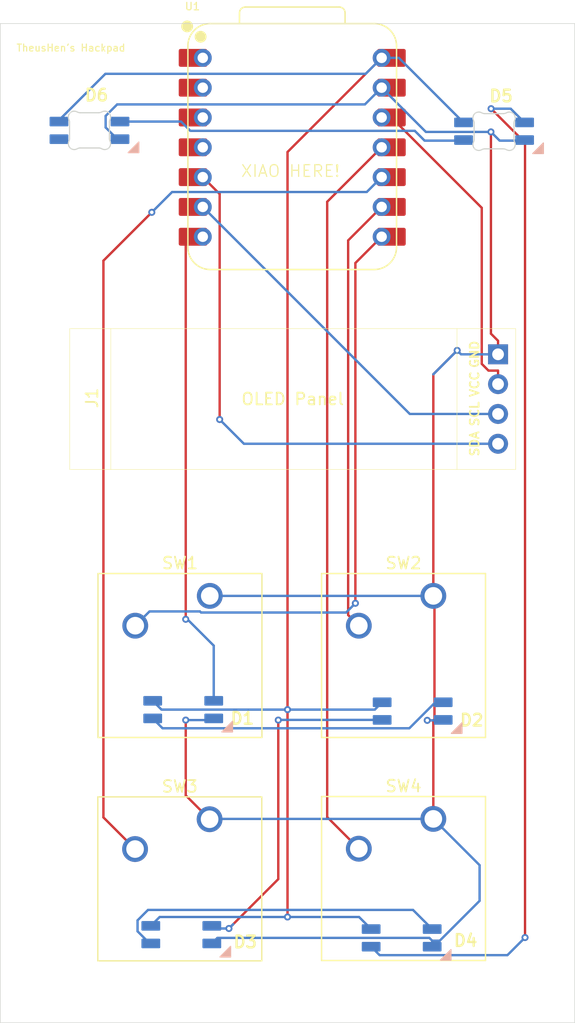
<source format=kicad_pcb>
(kicad_pcb (version 20241229) (generator "pcbnew") (generator_version "9.0")
  (layers (0 "F.Cu" signal) (2 "B.Cu" signal) (13 "F.Paste" user) (15 "B.Paste" user) (5 "F.SilkS" user "F.Silkscreen") (7 "B.SilkS" user "B.Silkscreen") (1 "F.Mask" user) (3 "B.Mask" user) (25 "Edge.Cuts" user))
  (net 0 "")
  (net 1 "GND")
  (net 2 "Net-(D1-DOUT)")
  (net 3 "+5V")
  (net 4 "Net-(D1-DIN)")
  (net 5 "Net-(D2-DOUT)")
  (net 6 "Net-(D3-DOUT)")
  (net 7 "Net-(D4-DOUT)")
  (net 8 "Net-(D5-DOUT)")
  (net 10 "I2C_SDA")
  (net 11 "I2C_SCL")
  (net 12 "3V3")
  (net 13 "Net-(U1-GPIO1{slash}RX)")
  (net 14 "Net-(U1-GPIO2{slash}SCK)")
  (net 15 "Net-(U1-GPIO4{slash}MISO)")
  (net 16 "Net-(U1-GPIO3{slash}MOSI)")
  (footprint "OPL:SSD1306-0.91-OLED-4pin-128x32" (layer "F.Cu") (at 132.99 77.115)
    (property "Reference" "J1" (at 1.9 5.91 90) (layer "F.SilkS"))
    (property "Value" "Conn_01x04")
    (fp_line (start 0 0) (end 0 12) (stroke (width 0.04)) (layer "F.SilkS"))
    (fp_line (start 0 12) (end 38 12) (stroke (width 0.04)) (layer "F.SilkS"))
    (fp_line (start 3.5 0) (end 3.5 12) (stroke (width 0.04)) (layer "F.SilkS"))
    (fp_line (start 33 0) (end 33 12) (stroke (width 0.04)) (layer "F.SilkS"))
    (fp_line (start 38 0) (end 0 0) (stroke (width 0.04)) (layer "F.SilkS"))
    (fp_line (start 38 12) (end 38 0) (stroke (width 0.04)) (layer "F.SilkS"))
    (fp_text user "GND" (at 34.5 2.19 270) (layer "F.SilkS") (effects (font (size 0.75 0.75))))
    (fp_text user "SDA" (at 34.5 9.81 270) (layer "F.SilkS") (effects (font (size 0.75 0.75))))
    (fp_text user "VCC" (at 34.5 4.73 270) (layer "F.SilkS") (effects (font (size 0.75 0.75))))
    (fp_text user "OLED Panel" (at 19 6 0) (layer "F.SilkS"))
    (fp_text user "SCL" (at 34.5 7.27 270) (layer "F.SilkS") (effects (font (size 0.75 0.75))))
    (pad "1" thru_hole rect (at 36.5 2.19) (size 1.7 1.7) (drill 1) (layers "*.Cu" "*.Mask") (net 1 "GND"))
    (pad "2" thru_hole oval (at 36.5 4.73) (size 1.7 1.7) (drill 1) (layers "*.Cu" "*.Mask") (net 12 "3V3"))
    (pad "3" thru_hole oval (at 36.5 7.27) (size 1.7 1.7) (drill 1) (layers "*.Cu" "*.Mask") (net 11 "I2C_SCL"))
    (pad "4" thru_hole oval (at 36.5 9.81) (size 1.7 1.7) (drill 1) (layers "*.Cu" "*.Mask") (net 10 "I2C_SDA"))
  )
  (footprint "Button_Switch_Keyboard:SW_Cherry_MX_1.00u_PCB" (layer "F.Cu") (at 163.975 118.885)
    (property "Reference" "SW4" (at -2.54 -2.794 0) (layer "F.SilkS"))
    (property "Value" "SW_Push")
    (fp_line (start -9.525 -1.905) (end 4.445 -1.905) (stroke (width 0.12)) (layer "F.SilkS"))
    (fp_line (start -9.525 12.065) (end -9.525 -1.905) (stroke (width 0.12)) (layer "F.SilkS"))
    (fp_line (start 4.445 -1.905) (end 4.445 12.065) (stroke (width 0.12)) (layer "F.SilkS"))
    (fp_line (start 4.445 12.065) (end -9.525 12.065) (stroke (width 0.12)) (layer "F.SilkS"))
    (pad "" np_thru_hole circle (at -7.62 5.08) (size 1.7 1.7) (drill 1.7) (layers "*.Cu" "*.Mask"))
    (pad "" np_thru_hole circle (at -2.54 5.08) (size 4 4) (drill 4) (layers "*.Cu" "*.Mask"))
    (pad "" np_thru_hole circle (at 2.54 5.08) (size 1.7 1.7) (drill 1.7) (layers "*.Cu" "*.Mask"))
    (pad "1" thru_hole circle (at 0 0) (size 2.2 2.2) (drill 1.5) (layers "*.Cu" "*.Mask") (net 1 "GND"))
    (pad "2" thru_hole circle (at -6.35 2.54) (size 2.2 2.2) (drill 1.5) (layers "*.Cu" "*.Mask") (net 16 "Net-(U1-GPIO3{slash}MOSI)"))
  )
  (footprint "OPL:SK6812MINI-E_fixed" (layer "F.Cu") (at 162.2125 109.8028)
    (property "Reference" "D2" (at 5.037501 0.672158 0) (layer "F.SilkS") (effects (font (thickness 0.2) (bold yes))))
    (property "Value" "SK6812MINI-E")
    (fp_poly (pts (xy 4.200001 0.897158) (xy 3.300001 1.797158) (xy 4.200001 1.797158)) (stroke (width 0.1)) (fill yes) (layer "B.SilkS"))
    (pad "1" smd roundrect (at -2.599999 -0.852842 270) (size 0.82 1.6) (layers "B.Cu" "B.Mask" "B.Paste") (roundrect_rratio 0.1) (net 3 "+5V"))
    (pad "2" smd roundrect (at -2.599999 0.647158 270) (size 0.82 1.6) (layers "B.Cu" "B.Mask" "B.Paste") (roundrect_rratio 0.1) (net 5 "Net-(D2-DOUT)"))
    (pad "3" smd roundrect (at 2.600001 0.647158 270) (size 0.82 1.6) (layers "B.Cu" "B.Mask" "B.Paste") (roundrect_rratio 0.1) (net 1 "GND"))
    (pad "4" smd roundrect (at 2.600001 -0.852842 270) (size 0.82 1.6) (layers "B.Cu" "B.Mask" "B.Paste") (roundrect_rratio 0.1) (net 2 "Net-(D1-DOUT)"))
  )
  (footprint "OPL:SK6812MINI-E_fixed" (layer "F.Cu") (at 134.674999 60.327842)
    (property "Reference" "D6" (at 0.6 -3.1 0) (layer "F.SilkS") (effects (font (thickness 0.2) (bold yes))))
    (property "Value" "SK6812MINI-E")
    (fp_poly (pts (xy 4.200001 0.897158) (xy 3.300001 1.797158) (xy 4.200001 1.797158)) (stroke (width 0.1)) (fill yes) (layer "B.SilkS"))
    (fp_line (start -1.699998 0.6) (end -1.699998 -0.805684) (stroke (width 0.1)) (layer "Edge.Cuts"))
    (fp_line (start -0.794451 -1.602841) (end 0.794454 -1.602841) (stroke (width 0.1)) (layer "Edge.Cuts"))
    (fp_line (start 0.794453 1.397158) (end -0.794451 1.397158) (stroke (width 0.1)) (layer "Edge.Cuts"))
    (fp_line (start 1.7 -0.805684) (end 1.7 0.6) (stroke (width 0.1)) (layer "Edge.Cuts"))
    (fp_arc (start -1.749483 -1.022562) (mid -1.712526 -0.91691) (end -1.699998 -0.805684) (stroke (width 0.1)) (layer "Edge.Cuts"))
    (fp_arc (start -1.749483 -1.022562) (mid -1.63807 -1.606877) (end -1.04671 -1.671141) (stroke (width 0.1)) (layer "Edge.Cuts"))
    (fp_arc (start -1.699998 0.600001) (mid -1.712526 0.711226) (end -1.749483 0.816878) (stroke (width 0.1)) (layer "Edge.Cuts"))
    (fp_arc (start -1.04671 1.465455) (mid -1.638069 1.401192) (end -1.749483 0.816878) (stroke (width 0.1)) (layer "Edge.Cuts"))
    (fp_arc (start -1.046709 1.465457) (mid -0.925121 1.414535) (end -0.794451 1.397158) (stroke (width 0.1)) (layer "Edge.Cuts"))
    (fp_arc (start -0.794452 -1.602842) (mid -0.925122 -1.620219) (end -1.04671 -1.671141) (stroke (width 0.1)) (layer "Edge.Cuts"))
    (fp_arc (start 0.794453 1.397158) (mid 0.925124 1.414535) (end 1.046712 1.465457) (stroke (width 0.1)) (layer "Edge.Cuts"))
    (fp_arc (start 1.046712 -1.67114) (mid 0.925124 -1.620218) (end 0.794454 -1.602841) (stroke (width 0.1)) (layer "Edge.Cuts"))
    (fp_arc (start 1.046712 -1.67114) (mid 1.638072 -1.606876) (end 1.749485 -1.022562) (stroke (width 0.1)) (layer "Edge.Cuts"))
    (fp_arc (start 1.7 -0.805685) (mid 1.712528 -0.91691) (end 1.749485 -1.022562) (stroke (width 0.1)) (layer "Edge.Cuts"))
    (fp_arc (start 1.749485 0.816877) (mid 1.638073 1.401193) (end 1.046712 1.465457) (stroke (width 0.1)) (layer "Edge.Cuts"))
    (fp_arc (start 1.749485 0.816878) (mid 1.712528 0.711226) (end 1.7 0.6) (stroke (width 0.1)) (layer "Edge.Cuts"))
    (pad "1" smd roundrect (at -2.599999 -0.852842 270) (size 0.82 1.6) (layers "B.Cu" "B.Mask" "B.Paste") (roundrect_rratio 0.1) (net 3 "+5V"))
    (pad "2" smd roundrect (at -2.599999 0.647158 270) (size 0.82 1.6) (layers "B.Cu" "B.Mask" "B.Paste") (roundrect_rratio 0.1))
    (pad "3" smd roundrect (at 2.600001 0.647158 270) (size 0.82 1.6) (layers "B.Cu" "B.Mask" "B.Paste") (roundrect_rratio 0.1) (net 1 "GND"))
    (pad "4" smd roundrect (at 2.600001 -0.852842 270) (size 0.82 1.6) (layers "B.Cu" "B.Mask" "B.Paste") (roundrect_rratio 0.1) (net 8 "Net-(D5-DOUT)"))
  )
  (footprint "OPL:SK6812MINI-E_fixed" (layer "F.Cu") (at 142.5 128.85)
    (property "Reference" "D3" (at 5.45 0.525 0) (layer "F.SilkS") (effects (font (thickness 0.2) (bold yes))))
    (property "Value" "SK6812MINI-E")
    (fp_poly (pts (xy 4.200001 0.897158) (xy 3.300001 1.797158) (xy 4.200001 1.797158)) (stroke (width 0.1)) (fill yes) (layer "B.SilkS"))
    (pad "1" smd roundrect (at -2.599999 -0.852842 270) (size 0.82 1.6) (layers "B.Cu" "B.Mask" "B.Paste") (roundrect_rratio 0.1) (net 3 "+5V"))
    (pad "2" smd roundrect (at -2.599999 0.647158 270) (size 0.82 1.6) (layers "B.Cu" "B.Mask" "B.Paste") (roundrect_rratio 0.1) (net 6 "Net-(D3-DOUT)"))
    (pad "3" smd roundrect (at 2.600001 0.647158 270) (size 0.82 1.6) (layers "B.Cu" "B.Mask" "B.Paste") (roundrect_rratio 0.1) (net 1 "GND"))
    (pad "4" smd roundrect (at 2.600001 -0.852842 270) (size 0.82 1.6) (layers "B.Cu" "B.Mask" "B.Paste") (roundrect_rratio 0.1) (net 5 "Net-(D2-DOUT)"))
  )
  (footprint "Button_Switch_Keyboard:SW_Cherry_MX_1.00u_PCB" (layer "F.Cu") (at 144.925 99.885)
    (property "Reference" "SW1" (at -2.54 -2.794 0) (layer "F.SilkS"))
    (property "Value" "SW_Push")
    (fp_line (start -9.525 -1.905) (end 4.445 -1.905) (stroke (width 0.12)) (layer "F.SilkS"))
    (fp_line (start -9.525 12.065) (end -9.525 -1.905) (stroke (width 0.12)) (layer "F.SilkS"))
    (fp_line (start 4.445 -1.905) (end 4.445 12.065) (stroke (width 0.12)) (layer "F.SilkS"))
    (fp_line (start 4.445 12.065) (end -9.525 12.065) (stroke (width 0.12)) (layer "F.SilkS"))
    (pad "" np_thru_hole circle (at -7.62 5.08) (size 1.7 1.7) (drill 1.7) (layers "*.Cu" "*.Mask"))
    (pad "" np_thru_hole circle (at -2.54 5.08) (size 4 4) (drill 4) (layers "*.Cu" "*.Mask"))
    (pad "" np_thru_hole circle (at 2.54 5.08) (size 1.7 1.7) (drill 1.7) (layers "*.Cu" "*.Mask"))
    (pad "1" thru_hole circle (at 0 0) (size 2.2 2.2) (drill 1.5) (layers "*.Cu" "*.Mask") (net 1 "GND"))
    (pad "2" thru_hole circle (at -6.35 2.54) (size 2.2 2.2) (drill 1.5) (layers "*.Cu" "*.Mask") (net 13 "Net-(U1-GPIO1{slash}RX)"))
  )
  (footprint "OPL:SK6812MINI-E_fixed" (layer "F.Cu") (at 169.149999 60.402842)
    (property "Reference" "D5" (at 0.6 -3.1 0) (layer "F.SilkS") (effects (font (thickness 0.2) (bold yes))))
    (property "Value" "SK6812MINI-E")
    (fp_poly (pts (xy 4.200001 0.897158) (xy 3.300001 1.797158) (xy 4.200001 1.797158)) (stroke (width 0.1)) (fill yes) (layer "B.SilkS"))
    (fp_line (start -1.699998 0.6) (end -1.699998 -0.805684) (stroke (width 0.1)) (layer "Edge.Cuts"))
    (fp_line (start -0.794451 -1.602841) (end 0.794454 -1.602841) (stroke (width 0.1)) (layer "Edge.Cuts"))
    (fp_line (start 0.794453 1.397158) (end -0.794451 1.397158) (stroke (width 0.1)) (layer "Edge.Cuts"))
    (fp_line (start 1.7 -0.805684) (end 1.7 0.6) (stroke (width 0.1)) (layer "Edge.Cuts"))
    (fp_arc (start -1.749483 -1.022562) (mid -1.712526 -0.91691) (end -1.699998 -0.805684) (stroke (width 0.1)) (layer "Edge.Cuts"))
    (fp_arc (start -1.749483 -1.022562) (mid -1.63807 -1.606877) (end -1.04671 -1.671141) (stroke (width 0.1)) (layer "Edge.Cuts"))
    (fp_arc (start -1.699998 0.600001) (mid -1.712526 0.711226) (end -1.749483 0.816878) (stroke (width 0.1)) (layer "Edge.Cuts"))
    (fp_arc (start -1.04671 1.465455) (mid -1.638069 1.401192) (end -1.749483 0.816878) (stroke (width 0.1)) (layer "Edge.Cuts"))
    (fp_arc (start -1.046709 1.465457) (mid -0.925121 1.414535) (end -0.794451 1.397158) (stroke (width 0.1)) (layer "Edge.Cuts"))
    (fp_arc (start -0.794452 -1.602842) (mid -0.925122 -1.620219) (end -1.04671 -1.671141) (stroke (width 0.1)) (layer "Edge.Cuts"))
    (fp_arc (start 0.794453 1.397158) (mid 0.925124 1.414535) (end 1.046712 1.465457) (stroke (width 0.1)) (layer "Edge.Cuts"))
    (fp_arc (start 1.046712 -1.67114) (mid 0.925124 -1.620218) (end 0.794454 -1.602841) (stroke (width 0.1)) (layer "Edge.Cuts"))
    (fp_arc (start 1.046712 -1.67114) (mid 1.638072 -1.606876) (end 1.749485 -1.022562) (stroke (width 0.1)) (layer "Edge.Cuts"))
    (fp_arc (start 1.7 -0.805685) (mid 1.712528 -0.91691) (end 1.749485 -1.022562) (stroke (width 0.1)) (layer "Edge.Cuts"))
    (fp_arc (start 1.749485 0.816877) (mid 1.638073 1.401193) (end 1.046712 1.465457) (stroke (width 0.1)) (layer "Edge.Cuts"))
    (fp_arc (start 1.749485 0.816878) (mid 1.712528 0.711226) (end 1.7 0.6) (stroke (width 0.1)) (layer "Edge.Cuts"))
    (pad "1" smd roundrect (at -2.599999 -0.852842 270) (size 0.82 1.6) (layers "B.Cu" "B.Mask" "B.Paste") (roundrect_rratio 0.1) (net 3 "+5V"))
    (pad "2" smd roundrect (at -2.599999 0.647158 270) (size 0.82 1.6) (layers "B.Cu" "B.Mask" "B.Paste") (roundrect_rratio 0.1) (net 8 "Net-(D5-DOUT)"))
    (pad "3" smd roundrect (at 2.600001 0.647158 270) (size 0.82 1.6) (layers "B.Cu" "B.Mask" "B.Paste") (roundrect_rratio 0.1) (net 1 "GND"))
    (pad "4" smd roundrect (at 2.600001 -0.852842 270) (size 0.82 1.6) (layers "B.Cu" "B.Mask" "B.Paste") (roundrect_rratio 0.1) (net 7 "Net-(D4-DOUT)"))
  )
  (footprint "Button_Switch_Keyboard:SW_Cherry_MX_1.00u_PCB" (layer "F.Cu") (at 144.91 118.915)
    (property "Reference" "SW3" (at -2.54 -2.794 0) (layer "F.SilkS"))
    (property "Value" "SW_Push")
    (fp_line (start -9.525 -1.905) (end 4.445 -1.905) (stroke (width 0.12)) (layer "F.SilkS"))
    (fp_line (start -9.525 12.065) (end -9.525 -1.905) (stroke (width 0.12)) (layer "F.SilkS"))
    (fp_line (start 4.445 -1.905) (end 4.445 12.065) (stroke (width 0.12)) (layer "F.SilkS"))
    (fp_line (start 4.445 12.065) (end -9.525 12.065) (stroke (width 0.12)) (layer "F.SilkS"))
    (pad "" np_thru_hole circle (at -7.62 5.08) (size 1.7 1.7) (drill 1.7) (layers "*.Cu" "*.Mask"))
    (pad "" np_thru_hole circle (at -2.54 5.08) (size 4 4) (drill 4) (layers "*.Cu" "*.Mask"))
    (pad "" np_thru_hole circle (at 2.54 5.08) (size 1.7 1.7) (drill 1.7) (layers "*.Cu" "*.Mask"))
    (pad "1" thru_hole circle (at 0 0) (size 2.2 2.2) (drill 1.5) (layers "*.Cu" "*.Mask") (net 1 "GND"))
    (pad "2" thru_hole circle (at -6.35 2.54) (size 2.2 2.2) (drill 1.5) (layers "*.Cu" "*.Mask") (net 15 "Net-(U1-GPIO4{slash}MISO)"))
  )
  (footprint "OPL:SK6812MINI-E_fixed" (layer "F.Cu") (at 161.275 129.125)
    (property "Reference" "D4" (at 5.45 0.125 0) (layer "F.SilkS") (effects (font (thickness 0.2) (bold yes))))
    (property "Value" "SK6812MINI-E")
    (fp_poly (pts (xy 4.200001 0.897158) (xy 3.300001 1.797158) (xy 4.200001 1.797158)) (stroke (width 0.1)) (fill yes) (layer "B.SilkS"))
    (pad "1" smd roundrect (at -2.599999 -0.852842 270) (size 0.82 1.6) (layers "B.Cu" "B.Mask" "B.Paste") (roundrect_rratio 0.1) (net 3 "+5V"))
    (pad "2" smd roundrect (at -2.599999 0.647158 270) (size 0.82 1.6) (layers "B.Cu" "B.Mask" "B.Paste") (roundrect_rratio 0.1) (net 7 "Net-(D4-DOUT)"))
    (pad "3" smd roundrect (at 2.600001 0.647158 270) (size 0.82 1.6) (layers "B.Cu" "B.Mask" "B.Paste") (roundrect_rratio 0.1) (net 1 "GND"))
    (pad "4" smd roundrect (at 2.600001 -0.852842 270) (size 0.82 1.6) (layers "B.Cu" "B.Mask" "B.Paste") (roundrect_rratio 0.1) (net 6 "Net-(D3-DOUT)"))
  )
  (footprint "Button_Switch_Keyboard:SW_Cherry_MX_1.00u_PCB" (layer "F.Cu") (at 163.975 99.885)
    (property "Reference" "SW2" (at -2.54 -2.794 0) (layer "F.SilkS"))
    (property "Value" "SW_Push")
    (fp_line (start -9.525 -1.905) (end 4.445 -1.905) (stroke (width 0.12)) (layer "F.SilkS"))
    (fp_line (start -9.525 12.065) (end -9.525 -1.905) (stroke (width 0.12)) (layer "F.SilkS"))
    (fp_line (start 4.445 -1.905) (end 4.445 12.065) (stroke (width 0.12)) (layer "F.SilkS"))
    (fp_line (start 4.445 12.065) (end -9.525 12.065) (stroke (width 0.12)) (layer "F.SilkS"))
    (pad "" np_thru_hole circle (at -7.62 5.08) (size 1.7 1.7) (drill 1.7) (layers "*.Cu" "*.Mask"))
    (pad "" np_thru_hole circle (at -2.54 5.08) (size 4 4) (drill 4) (layers "*.Cu" "*.Mask"))
    (pad "" np_thru_hole circle (at 2.54 5.08) (size 1.7 1.7) (drill 1.7) (layers "*.Cu" "*.Mask"))
    (pad "1" thru_hole circle (at 0 0) (size 2.2 2.2) (drill 1.5) (layers "*.Cu" "*.Mask") (net 1 "GND"))
    (pad "2" thru_hole circle (at -6.35 2.54) (size 2.2 2.2) (drill 1.5) (layers "*.Cu" "*.Mask") (net 14 "Net-(U1-GPIO2{slash}SCK)"))
  )
  (footprint "OPL:XIAO-RP2040-DIP" (layer "F.Cu") (at 151.95 61.6685)
    (property "Reference" "U1" (at -8.5 -12 0) (layer "F.SilkS") (effects (font (size 0.635 0.635) (thickness 0.1016))))
    (property "Value" "XIAO-RP2040-DIP")
    (fp_line (start -8.89 8.509) (end -8.89 -8.636) (stroke (width 0.127)) (layer "F.SilkS"))
    (fp_line (start -6.985 10.414) (end 6.985 10.414) (stroke (width 0.127)) (layer "F.SilkS"))
    (fp_line (start -4.495 -10.541) (end -4.491272 -11.451272) (stroke (width 0.127)) (layer "F.SilkS"))
    (fp_line (start -3.991272 -11.951) (end 4.004 -11.951) (stroke (width 0.127)) (layer "F.SilkS"))
    (fp_line (start 4.504 -11.451) (end 4.504 -10.541) (stroke (width 0.127)) (layer "F.SilkS"))
    (fp_line (start 6.985 -10.541) (end -6.985 -10.541) (stroke (width 0.1)) (layer "F.SilkS"))
    (fp_line (start 6.985 -10.541) (end -6.985 -10.541) (stroke (width 0.127)) (layer "F.SilkS"))
    (fp_line (start 8.89 8.509) (end 8.89 -8.636) (stroke (width 0.127)) (layer "F.SilkS"))
    (fp_arc (start -8.89 -8.636) (mid -8.332038 -9.983038) (end -6.985 -10.541) (stroke (width 0.127)) (layer "F.SilkS"))
    (fp_arc (start -6.985 10.414) (mid -8.332038 9.856038) (end -8.89 8.509) (stroke (width 0.127)) (layer "F.SilkS"))
    (fp_arc (start -4.491272 -11.451272) (mid -4.344728 -11.80464) (end -3.991272 -11.951) (stroke (width 0.127)) (layer "F.SilkS"))
    (fp_arc (start 4.004 -11.951) (mid 4.357553 -11.804553) (end 4.504 -11.451) (stroke (width 0.127)) (layer "F.SilkS"))
    (fp_arc (start 6.985 -10.541) (mid 8.332038 -9.983038) (end 8.89 -8.636) (stroke (width 0.127)) (layer "F.SilkS"))
    (fp_arc (start 8.89 8.509) (mid 8.332038 9.856038) (end 6.985 10.414) (stroke (width 0.127)) (layer "F.SilkS"))
    (fp_circle (center -8.95 -10.3) (end -8.95 -10.554) (stroke (width 0.5)) (fill yes) (layer "F.SilkS"))
    (fp_circle (center -7.807 -9.42) (end -7.807 -9.674) (stroke (width 0.5)) (fill yes) (layer "F.SilkS"))
    (pad "1" smd roundrect (at -8.455 -7.62 180) (size 2.432 1.524) (layers "F.Cu" "F.Mask") (roundrect_rratio 0.1))
    (pad "1" thru_hole circle (at -7.62 -7.62 180) (size 1.524 1.524) (drill 0.889) (layers "*.Cu" "*.Mask"))
    (pad "2" smd roundrect (at -8.455 -5.08 180) (size 2.432 1.524) (layers "F.Cu" "F.Mask") (roundrect_rratio 0.1))
    (pad "2" thru_hole circle (at -7.62 -5.08 180) (size 1.524 1.524) (drill 0.889) (layers "*.Cu" "*.Mask"))
    (pad "3" smd roundrect (at -8.455 -2.54 180) (size 2.432 1.524) (layers "F.Cu" "F.Mask") (roundrect_rratio 0.1))
    (pad "3" thru_hole circle (at -7.62 -2.54 180) (size 1.524 1.524) (drill 0.889) (layers "*.Cu" "*.Mask"))
    (pad "4" smd roundrect (at -8.455 0 180) (size 2.432 1.524) (layers "F.Cu" "F.Mask") (roundrect_rratio 0.1))
    (pad "4" thru_hole circle (at -7.62 0 180) (size 1.524 1.524) (drill 0.889) (layers "*.Cu" "*.Mask"))
    (pad "5" smd roundrect (at -8.455 2.54 180) (size 2.432 1.524) (layers "F.Cu" "F.Mask") (roundrect_rratio 0.1) (net 10 "I2C_SDA"))
    (pad "5" thru_hole circle (at -7.62 2.54 180) (size 1.524 1.524) (drill 0.889) (layers "*.Cu" "*.Mask") (net 10 "I2C_SDA"))
    (pad "6" smd roundrect (at -8.455 5.08 180) (size 2.432 1.524) (layers "F.Cu" "F.Mask") (roundrect_rratio 0.1) (net 11 "I2C_SCL"))
    (pad "6" thru_hole circle (at -7.62 5.08 180) (size 1.524 1.524) (drill 0.889) (layers "*.Cu" "*.Mask") (net 11 "I2C_SCL"))
    (pad "7" smd roundrect (at -8.455 7.62 180) (size 2.432 1.524) (layers "F.Cu" "F.Mask") (roundrect_rratio 0.1) (net 4 "Net-(D1-DIN)"))
    (pad "7" thru_hole circle (at -7.62 7.62 180) (size 1.524 1.524) (drill 0.889) (layers "*.Cu" "*.Mask") (net 4 "Net-(D1-DIN)"))
    (pad "8" thru_hole circle (at 7.62 7.62) (size 1.524 1.524) (drill 0.889) (layers "*.Cu" "*.Mask") (net 13 "Net-(U1-GPIO1{slash}RX)"))
    (pad "8" smd roundrect (at 8.455 7.62) (size 2.432 1.524) (layers "F.Cu" "F.Mask") (roundrect_rratio 0.1) (net 13 "Net-(U1-GPIO1{slash}RX)"))
    (pad "9" thru_hole circle (at 7.62 5.08) (size 1.524 1.524) (drill 0.889) (layers "*.Cu" "*.Mask") (net 14 "Net-(U1-GPIO2{slash}SCK)"))
    (pad "9" smd roundrect (at 8.455 5.08) (size 2.432 1.524) (layers "F.Cu" "F.Mask") (roundrect_rratio 0.1) (net 14 "Net-(U1-GPIO2{slash}SCK)"))
    (pad "10" thru_hole circle (at 7.62 2.54) (size 1.524 1.524) (drill 0.889) (layers "*.Cu" "*.Mask") (net 15 "Net-(U1-GPIO4{slash}MISO)"))
    (pad "10" smd roundrect (at 8.455 2.54) (size 2.432 1.524) (layers "F.Cu" "F.Mask") (roundrect_rratio 0.1) (net 15 "Net-(U1-GPIO4{slash}MISO)"))
    (pad "11" thru_hole circle (at 7.62 0) (size 1.524 1.524) (drill 0.889) (layers "*.Cu" "*.Mask") (net 16 "Net-(U1-GPIO3{slash}MOSI)"))
    (pad "11" smd roundrect (at 8.455 0) (size 2.432 1.524) (layers "F.Cu" "F.Mask") (roundrect_rratio 0.1) (net 16 "Net-(U1-GPIO3{slash}MOSI)"))
    (pad "12" thru_hole circle (at 7.62 -2.54) (size 1.524 1.524) (drill 0.889) (layers "*.Cu" "*.Mask") (net 12 "3V3"))
    (pad "12" smd roundrect (at 8.455 -2.54) (size 2.432 1.524) (layers "F.Cu" "F.Mask") (roundrect_rratio 0.1) (net 12 "3V3"))
    (pad "13" thru_hole circle (at 7.62 -5.08) (size 1.524 1.524) (drill 0.889) (layers "*.Cu" "*.Mask") (net 1 "GND"))
    (pad "13" smd roundrect (at 8.455 -5.08) (size 2.432 1.524) (layers "F.Cu" "F.Mask") (roundrect_rratio 0.1) (net 1 "GND"))
    (pad "14" thru_hole circle (at 7.62 -7.62) (size 1.524 1.524) (drill 0.889) (layers "*.Cu" "*.Mask") (net 3 "+5V"))
    (pad "14" smd roundrect (at 8.455 -7.62) (size 2.432 1.524) (layers "F.Cu" "F.Mask") (roundrect_rratio 0.1) (net 3 "+5V"))
  )
  (footprint "OPL:SK6812MINI-E_fixed" (layer "F.Cu") (at 142.6625 109.6778)
    (property "Reference" "D1" (at 5.037501 0.647158 0) (layer "F.SilkS") (effects (font (thickness 0.2) (bold yes))))
    (property "Value" "SK6812MINI-E")
    (fp_poly (pts (xy 4.200001 0.897158) (xy 3.300001 1.797158) (xy 4.200001 1.797158)) (stroke (width 0.1)) (fill yes) (layer "B.SilkS"))
    (pad "1" smd roundrect (at -2.599999 -0.852842 270) (size 0.82 1.6) (layers "B.Cu" "B.Mask" "B.Paste") (roundrect_rratio 0.1) (net 3 "+5V"))
    (pad "2" smd roundrect (at -2.599999 0.647158 270) (size 0.82 1.6) (layers "B.Cu" "B.Mask" "B.Paste") (roundrect_rratio 0.1) (net 2 "Net-(D1-DOUT)"))
    (pad "3" smd roundrect (at 2.600001 0.647158 270) (size 0.82 1.6) (layers "B.Cu" "B.Mask" "B.Paste") (roundrect_rratio 0.1) (net 1 "GND"))
    (pad "4" smd roundrect (at 2.600001 -0.852842 270) (size 0.82 1.6) (layers "B.Cu" "B.Mask" "B.Paste") (roundrect_rratio 0.1) (net 4 "Net-(D1-DIN)"))
  )
  (gr_rect (start 127.075 51.125) (end 176.025 136.25) (stroke (width 0.05)) (fill no) (layer "Edge.Cuts"))
  (gr_text "XIAO HERE!" (at 147.525 64.275 0) (layer "F.SilkS") (effects (font (size 1 1) (thickness 0.1)) (justify left bottom)))
  (gr_text "TheusHen's Hackpad" (at 128.4 53.55 0) (layer "F.SilkS") (effects (font (size 0.6 0.6) (thickness 0.1)) (justify left bottom)))
  (segment (start 163.975 81.0063) (end 163.975 99.885) (width 0.2) (layer "F.Cu") (net 1))
  (segment (start 164.0724 110.3913) (end 163.975 110.4887) (width 0.2) (layer "F.Cu") (net 1))
  (segment (start 168.8829 60.3572) (end 168.8829 77.5462) (width 0.2) (layer "F.Cu") (net 1))
  (segment (start 164.0724 99.9824) (end 164.0724 110.3913) (width 0.2) (layer "F.Cu") (net 1))
  (segment (start 166.0062 78.9751) (end 163.975 81.0063) (width 0.2) (layer "F.Cu") (net 1))
  (segment (start 163.975 81.0063) (end 166.0062 78.9751) (width 0.2) (layer "F.Cu") (net 1))
  (segment (start 142.8766 116.8816) (end 142.8766 110.4671) (width 0.2) (layer "F.Cu") (net 1))
  (segment (start 163.975 110.4887) (end 163.457 110.4887) (width 0.2) (layer "F.Cu") (net 1))
  (segment (start 163.975 99.885) (end 164.0724 99.9824) (width 0.2) (layer "F.Cu") (net 1))
  (segment (start 169.49 79.305) (end 169.49 78.1533) (width 0.2) (layer "F.Cu") (net 1))
  (segment (start 168.8829 77.5462) (end 169.49 78.1533) (width 0.2) (layer "F.Cu") (net 1))
  (segment (start 166.0062 78.9751) (end 163.975 81.0063) (width 0.2) (layer "F.Cu") (net 1))
  (segment (start 160.405 56.5885) (end 159.57 56.5885) (width 0.2) (layer "F.Cu") (net 1))
  (segment (start 144.91 118.915) (end 142.8766 116.8816) (width 0.2) (layer "F.Cu") (net 1))
  (segment (start 163.975 110.4887) (end 163.975 118.885) (width 0.2) (layer "F.Cu") (net 1))
  (via (at 168.8829 60.3572) (size 0.6) (drill 0.3) (layers "F.Cu" "B.Cu") (net 1))
  (via (at 166.0062 78.9751) (size 0.6) (drill 0.3) (layers "F.Cu" "B.Cu") (net 1))
  (via (at 142.8766 110.4671) (size 0.6) (drill 0.3) (layers "F.Cu" "B.Cu") (net 1))
  (via (at 163.457 110.4887) (size 0.6) (drill 0.3) (layers "F.Cu" "B.Cu") (net 1))
  (segment (start 167.9174 122.8274) (end 167.9174 125.8668) (width 0.2) (layer "B.Cu") (net 1))
  (segment (start 166.3361 79.305) (end 166.0062 78.9751) (width 0.2) (layer "B.Cu") (net 1))
  (segment (start 137.033 58.0144) (end 158.1441 58.0144) (width 0.2) (layer "B.Cu") (net 1))
  (segment (start 145.575 129.0222) (end 163.6353 129.0222) (width 0.2) (layer "B.Cu") (net 1))
  (segment (start 144.94 118.885) (end 163.975 118.885) (width 0.2) (layer "B.Cu") (net 1))
  (segment (start 163.975 99.885) (end 144.925 99.885) (width 0.2) (layer "B.Cu") (net 1))
  (segment (start 158.1441 58.0144) (end 159.57 56.5885) (width 0.2) (layer "B.Cu") (net 1))
  (segment (start 163.457 110.4887) (end 164.7738 110.4887) (width 0.2) (layer "B.Cu") (net 1))
  (segment (start 171.7875 61.1) (end 169.6257 61.1) (width 0.2) (layer "B.Cu") (net 1))
  (segment (start 164.5223 129.2619) (end 163.875 129.2619) (width 0.2) (layer "B.Cu") (net 1))
  (segment (start 137.0517 60.975) (end 136.0522 59.9755) (width 0.2) (layer "B.Cu") (net 1))
  (segment (start 163.975 118.885) (end 167.9174 122.8274) (width 0.2) (layer "B.Cu") (net 1))
  (segment (start 144.91 118.915) (end 144.94 118.885) (width 0.2) (layer "B.Cu") (net 1))
  (segment (start 163.975 81.0063) (end 166.0062 78.9751) (width 0.2) (layer "B.Cu") (net 1))
  (segment (start 145.1204 110.4671) (end 145.2625 110.325) (width 0.2) (layer "B.Cu") (net 1))
  (segment (start 145.1 129.4972) (end 145.575 129.0222) (width 0.2) (layer "B.Cu") (net 1))
  (segment (start 167.9174 125.8668) (end 164.5223 129.2619) (width 0.2) (layer "B.Cu") (net 1))
  (segment (start 137.1625 60.975) (end 137.0517 60.975) (width 0.2) (layer "B.Cu") (net 1))
  (segment (start 169.6257 61.1) (end 168.8829 60.3572) (width 0.2) (layer "B.Cu") (net 1))
  (segment (start 166.0062 78.9751) (end 163.975 81.0063) (width 0.2) (layer "B.Cu") (net 1))
  (segment (start 169.49 79.305) (end 166.3361 79.305) (width 0.2) (layer "B.Cu") (net 1))
  (segment (start 136.0522 58.9952) (end 137.033 58.0144) (width 0.2) (layer "B.Cu") (net 1))
  (segment (start 163.875 129.2619) (end 163.875 129.7722) (width 0.2) (layer "B.Cu") (net 1))
  (segment (start 142.8766 110.4671) (end 145.1204 110.4671) (width 0.2) (layer "B.Cu") (net 1))
  (segment (start 163.3387 60.3572) (end 159.57 56.5885) (width 0.2) (layer "B.Cu") (net 1))
  (segment (start 168.8829 60.3572) (end 163.3387 60.3572) (width 0.2) (layer "B.Cu") (net 1))
  (segment (start 164.7738 110.4887) (end 164.8125 110.45) (width 0.2) (layer "B.Cu") (net 1))
  (segment (start 163.6353 129.0222) (end 163.875 129.2619) (width 0.2) (layer "B.Cu") (net 1))
  (segment (start 136.0522 59.9755) (end 136.0522 58.9952) (width 0.2) (layer "B.Cu") (net 1))
  (segment (start 140.9024 111.1649) (end 140.0625 110.325) (width 0.2) (layer "B.Cu") (net 2))
  (segment (start 164.8125 108.95) (end 164.1449 108.95) (width 0.2) (layer "B.Cu") (net 2))
  (segment (start 161.93 111.1649) (end 140.9024 111.1649) (width 0.2) (layer "B.Cu") (net 2))
  (segment (start 164.1449 108.95) (end 161.93 111.1649) (width 0.2) (layer "B.Cu") (net 2))
  (segment (start 159.57 54.0485) (end 151.5502 62.0683) (width 0.2) (layer "F.Cu") (net 3))
  (segment (start 159.57 54.0485) (end 160.405 54.0485) (width 0.2) (layer "F.Cu") (net 3))
  (segment (start 151.5502 62.0683) (end 151.5502 109.575) (width 0.2) (layer "F.Cu") (net 3))
  (segment (start 151.5502 127.243) (end 151.5502 109.575) (width 0.2) (layer "F.Cu") (net 3))
  (via (at 151.5502 109.575) (size 0.6) (drill 0.3) (layers "F.Cu" "B.Cu") (net 3))
  (via (at 151.5502 127.243) (size 0.6) (drill 0.3) (layers "F.Cu" "B.Cu") (net 3))
  (segment (start 151.5502 127.243) (end 157.6458 127.243) (width 0.2) (layer "B.Cu") (net 3))
  (segment (start 158.9875 109.575) (end 151.5502 109.575) (width 0.2) (layer "B.Cu") (net 3))
  (segment (start 157.6458 127.243) (end 158.675 128.2722) (width 0.2) (layer "B.Cu") (net 3))
  (segment (start 139.9 127.9972) (end 140.6542 127.243) (width 0.2) (layer "B.Cu") (net 3))
  (segment (start 140.8125 109.575) (end 140.0625 108.825) (width 0.2) (layer "B.Cu") (net 3))
  (segment (start 161.036 54.0485) (end 159.57 54.0485) (width 0.2) (layer "B.Cu") (net 3))
  (segment (start 159.6125 108.95) (end 158.9875 109.575) (width 0.2) (layer "B.Cu") (net 3))
  (segment (start 166.5875 59.6) (end 161.036 54.0485) (width 0.2) (layer "B.Cu") (net 3))
  (segment (start 151.5502 109.575) (end 140.8125 109.575) (width 0.2) (layer "B.Cu") (net 3))
  (segment (start 159.57 54.0485) (end 158.2121 55.4064) (width 0.2) (layer "B.Cu") (net 3))
  (segment (start 140.6542 127.243) (end 151.5502 127.243) (width 0.2) (layer "B.Cu") (net 3))
  (segment (start 136.0311 55.4064) (end 131.9625 59.475) (width 0.2) (layer "B.Cu") (net 3))
  (segment (start 158.2121 55.4064) (end 136.0311 55.4064) (width 0.2) (layer "B.Cu") (net 3))
  (segment (start 142.8766 101.8787) (end 142.8766 69.9069) (width 0.2) (layer "F.Cu") (net 4))
  (segment (start 144.33 69.2885) (end 143.495 69.2885) (width 0.2) (layer "F.Cu") (net 4))
  (segment (start 142.8766 69.9069) (end 143.495 69.2885) (width 0.2) (layer "F.Cu") (net 4))
  (via (at 142.8766 101.8787) (size 0.6) (drill 0.3) (layers "F.Cu" "B.Cu") (net 4))
  (segment (start 143.0172 101.8787) (end 142.8766 101.8787) (width 0.2) (layer "B.Cu") (net 4))
  (segment (start 145.2625 104.124) (end 143.0172 101.8787) (width 0.2) (layer "B.Cu") (net 4))
  (segment (start 145.2625 108.825) (end 145.2625 104.124) (width 0.2) (layer "B.Cu") (net 4))
  (segment (start 146.5569 128.2226) (end 146.925 127.8545) (width 0.2) (layer "F.Cu") (net 5))
  (segment (start 150.7625 110.4671) (end 150.7625 110.45) (width 0.2) (layer "F.Cu") (net 5))
  (segment (start 150.7625 110.4671) (end 150.7625 124.017) (width 0.2) (layer "F.Cu") (net 5))
  (segment (start 146.925 127.8545) (end 146.5569 128.2226) (width 0.2) (layer "F.Cu") (net 5))
  (segment (start 150.7625 124.017) (end 146.5569 128.2226) (width 0.2) (layer "F.Cu") (net 5))
  (segment (start 150.7625 110.45) (end 150.7625 110.4671) (width 0.2) (layer "F.Cu") (net 5))
  (via (at 146.5569 128.2226) (size 0.6) (drill 0.3) (layers "F.Cu" "B.Cu") (net 5))
  (via (at 150.7625 110.4671) (size 0.6) (drill 0.3) (layers "F.Cu" "B.Cu") (net 5))
  (segment (start 159.6125 110.45) (end 150.7796 110.45) (width 0.2) (layer "B.Cu") (net 5))
  (segment (start 146.925 127.8545) (end 146.5569 128.2226) (width 0.2) (layer "B.Cu") (net 5))
  (segment (start 150.7625 110.4671) (end 150.7625 110.45) (width 0.2) (layer "B.Cu") (net 5))
  (segment (start 150.7796 110.45) (end 150.7625 110.4671) (width 0.2) (layer "B.Cu") (net 5))
  (segment (start 145.3254 128.2226) (end 145.1 127.9972) (width 0.2) (layer "B.Cu") (net 5))
  (segment (start 146.5569 128.2226) (end 145.3254 128.2226) (width 0.2) (layer "B.Cu") (net 5))
  (segment (start 150.7625 110.45) (end 150.7625 110.4671) (width 0.2) (layer "B.Cu") (net 5))
  (segment (start 146.5569 128.2226) (end 146.925 127.8545) (width 0.2) (layer "B.Cu") (net 5))
  (segment (start 138.7707 128.4606) (end 138.7707 127.5304) (width 0.2) (layer "B.Cu") (net 6))
  (segment (start 139.9 129.4972) (end 139.8073 129.4972) (width 0.2) (layer "B.Cu") (net 6))
  (segment (start 162.2413 126.6385) (end 163.875 128.2722) (width 0.2) (layer "B.Cu") (net 6))
  (segment (start 138.7707 127.5304) (end 139.6626 126.6385) (width 0.2) (layer "B.Cu") (net 6))
  (segment (start 139.8073 129.4972) (end 138.7707 128.4606) (width 0.2) (layer "B.Cu") (net 6))
  (segment (start 139.6626 126.6385) (end 162.2413 126.6385) (width 0.2) (layer "B.Cu") (net 6))
  (segment (start 171.7886 128.9942) (end 171.7886 61.2702) (width 0.2) (layer "F.Cu") (net 7))
  (segment (start 171.7886 61.2702) (end 168.8974 58.379) (width 0.2) (layer "F.Cu") (net 7))
  (via (at 171.7886 128.9942) (size 0.6) (drill 0.3) (layers "F.Cu" "B.Cu") (net 7))
  (via (at 168.8974 58.379) (size 0.6) (drill 0.3) (layers "F.Cu" "B.Cu") (net 7))
  (segment (start 170.5665 58.379) (end 171.7875 59.6) (width 0.2) (layer "B.Cu") (net 7))
  (segment (start 159.3977 130.4949) (end 170.2879 130.4949) (width 0.2) (layer "B.Cu") (net 7))
  (segment (start 168.8974 58.379) (end 170.5665 58.379) (width 0.2) (layer "B.Cu") (net 7))
  (segment (start 158.675 129.7722) (end 159.3977 130.4949) (width 0.2) (layer "B.Cu") (net 7))
  (segment (start 170.2879 130.4949) (end 171.7886 128.9942) (width 0.2) (layer "B.Cu") (net 7))
  (segment (start 166.5875 61.1) (end 163.2297 61.1) (width 0.2) (layer "B.Cu") (net 8))
  (segment (start 162.3942 60.2645) (end 143.2678 60.2645) (width 0.2) (layer "B.Cu") (net 8))
  (segment (start 143.2678 60.2645) (end 142.4783 59.475) (width 0.2) (layer "B.Cu") (net 8))
  (segment (start 163.2297 61.1) (end 162.3942 60.2645) (width 0.2) (layer "B.Cu") (net 8))
  (segment (start 142.4783 59.475) (end 137.1625 59.475) (width 0.2) (layer "B.Cu") (net 8))
  (segment (start 145.7678 65.6463) (end 145.7678 84.8597) (width 0.2) (layer "F.Cu") (net 10))
  (segment (start 144.33 64.2085) (end 143.495 64.2085) (width 0.2) (layer "F.Cu") (net 10))
  (segment (start 144.33 64.2085) (end 145.7678 65.6463) (width 0.2) (layer "F.Cu") (net 10))
  (via (at 145.7678 84.8597) (size 0.6) (drill 0.3) (layers "F.Cu" "B.Cu") (net 10))
  (segment (start 145.7678 84.8597) (end 147.8331 86.925) (width 0.2) (layer "B.Cu") (net 10))
  (segment (start 147.8331 86.925) (end 169.49 86.925) (width 0.2) (layer "B.Cu") (net 10))
  (segment (start 144.33 66.7485) (end 143.495 66.7485) (width 0.2) (layer "F.Cu") (net 11))
  (segment (start 161.9665 84.385) (end 169.49 84.385) (width 0.2) (layer "B.Cu") (net 11))
  (segment (start 144.33 66.7485) (end 161.9665 84.385) (width 0.2) (layer "B.Cu") (net 11))
  (segment (start 168.6755 80.6933) (end 169.49 80.6933) (width 0.2) (layer "F.Cu") (net 12))
  (segment (start 160.405 59.1285) (end 168.1002 66.8237) (width 0.2) (layer "F.Cu") (net 12))
  (segment (start 169.49 81.845) (end 169.49 80.6933) (width 0.2) (layer "F.Cu") (net 12))
  (segment (start 168.1002 66.8237) (end 168.1002 80.118) (width 0.2) (layer "F.Cu") (net 12))
  (segment (start 159.57 59.1285) (end 160.405 59.1285) (width 0.2) (layer "F.Cu") (net 12))
  (segment (start 168.1002 80.118) (end 168.6755 80.6933) (width 0.2) (layer "F.Cu") (net 12))
  (segment (start 160.405 69.2885) (end 159.57 69.2885) (width 0.2) (layer "F.Cu") (net 13))
  (segment (start 157.3326 71.5259) (end 159.57 69.2885) (width 0.2) (layer "F.Cu") (net 13))
  (segment (start 157.3326 100.5137) (end 157.3326 71.5259) (width 0.2) (layer "F.Cu") (net 13))
  (via (at 157.3326 100.5137) (size 0.6) (drill 0.3) (layers "F.Cu" "B.Cu") (net 13))
  (segment (start 138.575 102.425) (end 139.7898 101.2102) (width 0.2) (layer "B.Cu") (net 13))
  (segment (start 139.7898 101.2102) (end 144.0896 101.2102) (width 0.2) (layer "B.Cu") (net 13))
  (segment (start 144.1827 101.3033) (end 156.543 101.3033) (width 0.2) (layer "B.Cu") (net 13))
  (segment (start 156.543 101.3033) (end 157.3326 100.5137) (width 0.2) (layer "B.Cu") (net 13))
  (segment (start 144.0896 101.2102) (end 144.1827 101.3033) (width 0.2) (layer "B.Cu") (net 13))
  (segment (start 157.625 102.425) (end 156.7169 101.5169) (width 0.2) (layer "F.Cu") (net 14))
  (segment (start 156.7169 101.5169) (end 156.7169 69.6016) (width 0.2) (layer "F.Cu") (net 14))
  (segment (start 156.7169 69.6016) (end 159.57 66.7485) (width 0.2) (layer "F.Cu") (net 14))
  (segment (start 159.57 66.7485) (end 160.405 66.7485) (width 0.2) (layer "F.Cu") (net 14))
  (segment (start 159.57 64.2085) (end 160.405 64.2085) (width 0.2) (layer "F.Cu") (net 15))
  (segment (start 138.56 121.455) (end 135.8627 118.7577) (width 0.2) (layer "F.Cu") (net 15))
  (segment (start 135.8627 71.3286) (end 139.9854 67.2059) (width 0.2) (layer "F.Cu") (net 15))
  (segment (start 135.8627 118.7577) (end 135.8627 71.3286) (width 0.2) (layer "F.Cu") (net 15))
  (via (at 139.9854 67.2059) (size 0.6) (drill 0.3) (layers "F.Cu" "B.Cu") (net 15))
  (segment (start 139.9854 67.2059) (end 141.7128 65.4785) (width 0.2) (layer "B.Cu") (net 15))
  (segment (start 158.3 65.4785) (end 159.57 64.2085) (width 0.2) (layer "B.Cu") (net 15))
  (segment (start 141.7128 65.4785) (end 158.3 65.4785) (width 0.2) (layer "B.Cu") (net 15))
  (segment (start 157.625 121.425) (end 154.9308 118.7308) (width 0.2) (layer "F.Cu") (net 16))
  (segment (start 160.405 61.6685) (end 159.57 61.6685) (width 0.2) (layer "F.Cu") (net 16))
  (segment (start 154.9308 66.3077) (end 159.57 61.6685) (width 0.2) (layer "F.Cu") (net 16))
  (segment (start 154.9308 118.7308) (end 154.9308 66.3077) (width 0.2) (layer "F.Cu") (net 16))
)
</source>
